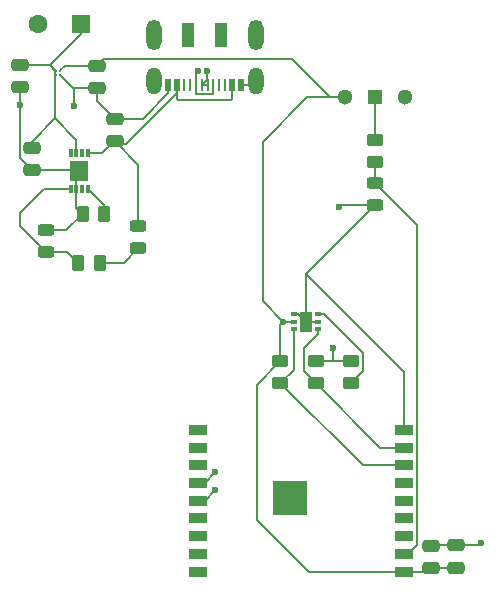
<source format=gbr>
%TF.GenerationSoftware,KiCad,Pcbnew,8.0.6*%
%TF.CreationDate,2024-10-24T11:44:03+02:00*%
%TF.ProjectId,IoT_Kicad_MP,496f545f-4b69-4636-9164-5f4d502e6b69,rev?*%
%TF.SameCoordinates,Original*%
%TF.FileFunction,Copper,L1,Top*%
%TF.FilePolarity,Positive*%
%FSLAX46Y46*%
G04 Gerber Fmt 4.6, Leading zero omitted, Abs format (unit mm)*
G04 Created by KiCad (PCBNEW 8.0.6) date 2024-10-24 11:44:03*
%MOMM*%
%LPD*%
G01*
G04 APERTURE LIST*
G04 Aperture macros list*
%AMRoundRect*
0 Rectangle with rounded corners*
0 $1 Rounding radius*
0 $2 $3 $4 $5 $6 $7 $8 $9 X,Y pos of 4 corners*
0 Add a 4 corners polygon primitive as box body*
4,1,4,$2,$3,$4,$5,$6,$7,$8,$9,$2,$3,0*
0 Add four circle primitives for the rounded corners*
1,1,$1+$1,$2,$3*
1,1,$1+$1,$4,$5*
1,1,$1+$1,$6,$7*
1,1,$1+$1,$8,$9*
0 Add four rect primitives between the rounded corners*
20,1,$1+$1,$2,$3,$4,$5,0*
20,1,$1+$1,$4,$5,$6,$7,0*
20,1,$1+$1,$6,$7,$8,$9,0*
20,1,$1+$1,$8,$9,$2,$3,0*%
G04 Aperture macros list end*
%TA.AperFunction,ComponentPad*%
%ADD10R,1.300000X1.300000*%
%TD*%
%TA.AperFunction,ComponentPad*%
%ADD11C,1.300000*%
%TD*%
%TA.AperFunction,SMDPad,CuDef*%
%ADD12R,0.300000X0.800000*%
%TD*%
%TA.AperFunction,SMDPad,CuDef*%
%ADD13R,1.550000X1.750000*%
%TD*%
%TA.AperFunction,SMDPad,CuDef*%
%ADD14R,0.600000X0.350000*%
%TD*%
%TA.AperFunction,SMDPad,CuDef*%
%ADD15R,1.100000X1.700000*%
%TD*%
%TA.AperFunction,SMDPad,CuDef*%
%ADD16R,0.165000X0.165000*%
%TD*%
%TA.AperFunction,SMDPad,CuDef*%
%ADD17RoundRect,0.250000X-0.450000X0.262500X-0.450000X-0.262500X0.450000X-0.262500X0.450000X0.262500X0*%
%TD*%
%TA.AperFunction,SMDPad,CuDef*%
%ADD18R,1.000000X2.000000*%
%TD*%
%TA.AperFunction,SMDPad,CuDef*%
%ADD19R,0.520000X1.000000*%
%TD*%
%TA.AperFunction,SMDPad,CuDef*%
%ADD20R,0.270000X1.000000*%
%TD*%
%TA.AperFunction,ComponentPad*%
%ADD21O,1.300000X2.300000*%
%TD*%
%TA.AperFunction,ComponentPad*%
%ADD22O,1.300000X2.600000*%
%TD*%
%TA.AperFunction,SMDPad,CuDef*%
%ADD23R,1.500000X0.900000*%
%TD*%
%TA.AperFunction,HeatsinkPad*%
%ADD24C,0.600000*%
%TD*%
%TA.AperFunction,SMDPad,CuDef*%
%ADD25R,2.900000X2.900000*%
%TD*%
%TA.AperFunction,SMDPad,CuDef*%
%ADD26RoundRect,0.250000X0.262500X0.450000X-0.262500X0.450000X-0.262500X-0.450000X0.262500X-0.450000X0*%
%TD*%
%TA.AperFunction,ComponentPad*%
%ADD27RoundRect,0.250000X0.550000X0.550000X-0.550000X0.550000X-0.550000X-0.550000X0.550000X-0.550000X0*%
%TD*%
%TA.AperFunction,ComponentPad*%
%ADD28C,1.600000*%
%TD*%
%TA.AperFunction,SMDPad,CuDef*%
%ADD29RoundRect,0.243750X-0.456250X0.243750X-0.456250X-0.243750X0.456250X-0.243750X0.456250X0.243750X0*%
%TD*%
%TA.AperFunction,SMDPad,CuDef*%
%ADD30RoundRect,0.243750X0.456250X-0.243750X0.456250X0.243750X-0.456250X0.243750X-0.456250X-0.243750X0*%
%TD*%
%TA.AperFunction,SMDPad,CuDef*%
%ADD31RoundRect,0.250000X-0.475000X0.250000X-0.475000X-0.250000X0.475000X-0.250000X0.475000X0.250000X0*%
%TD*%
%TA.AperFunction,SMDPad,CuDef*%
%ADD32RoundRect,0.250000X0.475000X-0.250000X0.475000X0.250000X-0.475000X0.250000X-0.475000X-0.250000X0*%
%TD*%
%TA.AperFunction,ViaPad*%
%ADD33C,0.600000*%
%TD*%
%TA.AperFunction,Conductor*%
%ADD34C,0.200000*%
%TD*%
G04 APERTURE END LIST*
D10*
%TO.P,S1,1,COM*%
%TO.N,Net-(S1-COM)*%
X132000000Y-58725000D03*
D11*
%TO.P,S1,2,NO*%
%TO.N,+3.3V*%
X129460000Y-58725000D03*
%TO.P,S1,3,NC*%
%TO.N,unconnected-(S1-NC-Pad3)*%
X134540000Y-58725000D03*
%TD*%
D12*
%TO.P,IC3,1,VDD_1*%
%TO.N,Net-(D1-A)*%
X107750000Y-63500000D03*
%TO.P,IC3,2,VDD_2*%
%TO.N,unconnected-(IC3-VDD_2-Pad2)*%
X107250000Y-63500000D03*
%TO.P,IC3,3,VBAT_1*%
%TO.N,+BATT*%
X106750000Y-63500000D03*
%TO.P,IC3,4,VBAT_2*%
%TO.N,unconnected-(IC3-VBAT_2-Pad4)*%
X106250000Y-63500000D03*
%TO.P,IC3,5,STAT*%
%TO.N,Net-(D3-A)*%
X106250000Y-66500000D03*
%TO.P,IC3,6,VSS*%
%TO.N,GND*%
X106750000Y-66500000D03*
%TO.P,IC3,7,NC*%
%TO.N,unconnected-(IC3-NC-Pad7)*%
X107250000Y-66500000D03*
%TO.P,IC3,8,PROG*%
%TO.N,Net-(IC3-PROG)*%
X107750000Y-66500000D03*
D13*
%TO.P,IC3,9,EP*%
%TO.N,GND*%
X107000000Y-65000000D03*
%TD*%
D14*
%TO.P,IC2,1,SCL*%
%TO.N,SCL*%
X127224000Y-78386500D03*
%TO.P,IC2,2,GND_1*%
%TO.N,GND*%
X127224000Y-77736500D03*
%TO.P,IC2,3,ALERT*%
%TO.N,Net-(IC2-ALERT)*%
X127224000Y-77086500D03*
%TO.P,IC2,4,ADD0*%
%TO.N,GND*%
X125124000Y-77086500D03*
%TO.P,IC2,5,V+*%
%TO.N,+3.3V*%
X125124000Y-77736500D03*
%TO.P,IC2,6,SDA*%
%TO.N,SDA*%
X125124000Y-78386500D03*
D15*
%TO.P,IC2,7,GND_2*%
%TO.N,GND*%
X126174000Y-77736500D03*
%TD*%
D16*
%TO.P,IC1,A1,IN*%
%TO.N,+BATT*%
X105000000Y-56500000D03*
%TO.P,IC1,A2,OUT*%
%TO.N,+3.3V*%
X105350000Y-56500000D03*
%TO.P,IC1,B1,EN*%
%TO.N,+BATT*%
X105000000Y-56850000D03*
%TO.P,IC1,B2,GND*%
%TO.N,GND*%
X105350000Y-56850000D03*
%TD*%
D17*
%TO.P,R6,1*%
%TO.N,Net-(S1-COM)*%
X132000000Y-62375000D03*
%TO.P,R6,2*%
%TO.N,Net-(D2-A)*%
X132000000Y-64200000D03*
%TD*%
D18*
%TO.P,J2,*%
%TO.N,*%
X119000000Y-53500000D03*
X116200000Y-53500000D03*
D19*
%TO.P,J2,A1,GND*%
%TO.N,GND*%
X120700000Y-57700000D03*
%TO.P,J2,A4,VBUS*%
%TO.N,Net-(D1-A)*%
X119950000Y-57700000D03*
D20*
%TO.P,J2,A5,CC1*%
%TO.N,unconnected-(J2-CC1-PadA5)*%
X119350000Y-57700000D03*
%TO.P,J2,A6,D+*%
%TO.N,USB_D+*%
X117850000Y-57700000D03*
%TO.P,J2,A7,D-*%
%TO.N,USB_D-*%
X116850000Y-57700000D03*
%TO.P,J2,A8*%
%TO.N,N/C*%
X115850000Y-57700000D03*
D19*
%TO.P,J2,A9,VBUS*%
%TO.N,Net-(D1-A)*%
X115250000Y-57700000D03*
%TO.P,J2,A12,GND*%
%TO.N,GND*%
X114500000Y-57700000D03*
%TO.P,J2,B1,GND*%
X114500000Y-57700000D03*
%TO.P,J2,B4,VBUS*%
%TO.N,Net-(D1-A)*%
X115250000Y-57700000D03*
D20*
%TO.P,J2,B5,CC2*%
%TO.N,unconnected-(J2-CC2-PadB5)*%
X116350000Y-57700000D03*
%TO.P,J2,B6,D+*%
%TO.N,USB_D+*%
X117350000Y-57700000D03*
%TO.P,J2,B7,D-*%
%TO.N,USB_D-*%
X118350000Y-57700000D03*
%TO.P,J2,B8*%
%TO.N,N/C*%
X118850000Y-57700000D03*
D19*
%TO.P,J2,B9,VBUS*%
%TO.N,Net-(D1-A)*%
X119950000Y-57700000D03*
%TO.P,J2,B12,GND*%
%TO.N,GND*%
X120700000Y-57700000D03*
D21*
%TO.P,J2,S1,SHIELD*%
X121920000Y-57325000D03*
D22*
X121920000Y-53500000D03*
D21*
X113280000Y-57325000D03*
D22*
X113280000Y-53500000D03*
%TD*%
D23*
%TO.P,U1,1,3V3*%
%TO.N,+3.3V*%
X134510000Y-98900000D03*
%TO.P,U1,2,EN*%
%TO.N,Net-(D2-A)*%
X134510000Y-97400000D03*
%TO.P,U1,3,IO4*%
%TO.N,unconnected-(U1-IO4-Pad3)*%
X134510000Y-95900000D03*
%TO.P,U1,4,IO5*%
%TO.N,unconnected-(U1-IO5-Pad4)*%
X134510000Y-94400000D03*
%TO.P,U1,5,IO6*%
%TO.N,unconnected-(U1-IO6-Pad5)*%
X134510000Y-92900000D03*
%TO.P,U1,6,IO7*%
%TO.N,unconnected-(U1-IO7-Pad6)*%
X134510000Y-91400000D03*
%TO.P,U1,7,IO8*%
%TO.N,SDA*%
X134510000Y-89900000D03*
%TO.P,U1,8,IO9*%
%TO.N,SCL*%
X134510000Y-88400000D03*
%TO.P,U1,9,GND*%
%TO.N,GND*%
X134510000Y-86900000D03*
%TO.P,U1,10,IO10*%
%TO.N,unconnected-(U1-IO10-Pad10)*%
X117010000Y-86900000D03*
%TO.P,U1,11,IO20/RXD*%
%TO.N,unconnected-(U1-IO20{slash}RXD-Pad11)*%
X117010000Y-88400000D03*
%TO.P,U1,12,IO21/TXD*%
%TO.N,unconnected-(U1-IO21{slash}TXD-Pad12)*%
X117010000Y-89900000D03*
%TO.P,U1,13,IO18*%
%TO.N,USB_D-*%
X117010000Y-91400000D03*
%TO.P,U1,14,IO19*%
%TO.N,USB_D+*%
X117010000Y-92900000D03*
%TO.P,U1,15,IO3*%
%TO.N,unconnected-(U1-IO3-Pad15)*%
X117010000Y-94400000D03*
%TO.P,U1,16,IO2*%
%TO.N,unconnected-(U1-IO2-Pad16)*%
X117010000Y-95900000D03*
%TO.P,U1,17,IO1*%
%TO.N,unconnected-(U1-IO1-Pad17)*%
X117010000Y-97400000D03*
%TO.P,U1,18,IO0*%
%TO.N,unconnected-(U1-IO0-Pad18)*%
X117010000Y-98900000D03*
D24*
%TO.P,U1,19,GND*%
%TO.N,GND*%
X125900000Y-93250000D03*
X125900000Y-92150000D03*
X125350000Y-93800000D03*
X125350000Y-92700000D03*
X125350000Y-91600000D03*
X124800000Y-93250000D03*
D25*
X124800000Y-92700000D03*
D24*
X124800000Y-92150000D03*
X124250000Y-93800000D03*
X124250000Y-92700000D03*
X124250000Y-91600000D03*
X123700000Y-93250000D03*
X123700000Y-92150000D03*
%TD*%
D17*
%TO.P,R5,1*%
%TO.N,+3.3V*%
X130000000Y-81087500D03*
%TO.P,R5,2*%
%TO.N,Net-(IC2-ALERT)*%
X130000000Y-82912500D03*
%TD*%
D26*
%TO.P,R4,1*%
%TO.N,Net-(D1-K)*%
X108700000Y-72800000D03*
%TO.P,R4,2*%
%TO.N,Net-(D3-A)*%
X106875000Y-72800000D03*
%TD*%
D17*
%TO.P,R3,1*%
%TO.N,+3.3V*%
X124000000Y-81087500D03*
%TO.P,R3,2*%
%TO.N,SDA*%
X124000000Y-82912500D03*
%TD*%
%TO.P,R2,1*%
%TO.N,+3.3V*%
X127000000Y-81087500D03*
%TO.P,R2,2*%
%TO.N,SCL*%
X127000000Y-82912500D03*
%TD*%
D26*
%TO.P,R1,1*%
%TO.N,Net-(IC3-PROG)*%
X109100000Y-68600000D03*
%TO.P,R1,2*%
%TO.N,GND*%
X107275000Y-68600000D03*
%TD*%
D27*
%TO.P,J1,1,Pin_1*%
%TO.N,+BATT*%
X107100000Y-52500000D03*
D28*
%TO.P,J1,2,Pin_2*%
%TO.N,GND*%
X103500000Y-52500000D03*
%TD*%
D29*
%TO.P,D3,1,K*%
%TO.N,GND*%
X104200000Y-70000000D03*
%TO.P,D3,2,A*%
%TO.N,Net-(D3-A)*%
X104200000Y-71875000D03*
%TD*%
D30*
%TO.P,D2,2,A*%
%TO.N,Net-(D2-A)*%
X132000000Y-65962500D03*
%TO.P,D2,1,K*%
%TO.N,GND*%
X132000000Y-67837500D03*
%TD*%
%TO.P,D1,1,K*%
%TO.N,Net-(D1-K)*%
X112000000Y-71537500D03*
%TO.P,D1,2,A*%
%TO.N,Net-(D1-A)*%
X112000000Y-69662500D03*
%TD*%
D31*
%TO.P,C6,1*%
%TO.N,+BATT*%
X103000000Y-63000000D03*
%TO.P,C6,2*%
%TO.N,GND*%
X103000000Y-64900000D03*
%TD*%
D32*
%TO.P,C5,1*%
%TO.N,Net-(D1-A)*%
X110000000Y-62450000D03*
%TO.P,C5,2*%
%TO.N,GND*%
X110000000Y-60550000D03*
%TD*%
%TO.P,C4,1*%
%TO.N,+3.3V*%
X138865421Y-98585333D03*
%TO.P,C4,2*%
%TO.N,GND*%
X138865421Y-96685333D03*
%TD*%
%TO.P,C3,1*%
%TO.N,+3.3V*%
X136800000Y-98600000D03*
%TO.P,C3,2*%
%TO.N,GND*%
X136800000Y-96700000D03*
%TD*%
D31*
%TO.P,C2,1*%
%TO.N,+3.3V*%
X108500000Y-56050000D03*
%TO.P,C2,2*%
%TO.N,GND*%
X108500000Y-57950000D03*
%TD*%
%TO.P,C1,1*%
%TO.N,+BATT*%
X102000000Y-56000000D03*
%TO.P,C1,2*%
%TO.N,GND*%
X102000000Y-57900000D03*
%TD*%
D33*
%TO.N,USB_D+*%
X118500000Y-92000000D03*
X117800003Y-56500000D03*
%TO.N,USB_D-*%
X118500000Y-90500000D03*
X117000000Y-56500000D03*
%TO.N,GND*%
X141000000Y-96500000D03*
X129000000Y-68000000D03*
%TO.N,+3.3V*%
X124236500Y-77736500D03*
X128500000Y-80000000D03*
%TO.N,GND*%
X106500000Y-59500000D03*
X102000000Y-59400000D03*
%TD*%
D34*
%TO.N,+BATT*%
X104967500Y-60532500D02*
X104967500Y-56467500D01*
X104967500Y-56467500D02*
X104483750Y-55983750D01*
X107100000Y-53367500D02*
X104483750Y-55983750D01*
X104483750Y-55983750D02*
X104467500Y-56000000D01*
%TO.N,Net-(D1-A)*%
X115250000Y-58900000D02*
X115250000Y-58400000D01*
%TO.N,USB_D-*%
X118285000Y-58500000D02*
X118350000Y-58435000D01*
X118350000Y-58435000D02*
X118350000Y-57700000D01*
X116915000Y-58500000D02*
X118285000Y-58500000D01*
X116850000Y-58435000D02*
X116915000Y-58500000D01*
X116850000Y-57700000D02*
X116850000Y-58435000D01*
%TO.N,USB_D+*%
X117600000Y-92900000D02*
X117010000Y-92900000D01*
X118500000Y-92000000D02*
X117600000Y-92900000D01*
X117800003Y-57249997D02*
X117800003Y-56500000D01*
X117350000Y-57700000D02*
X117800003Y-57249997D01*
%TO.N,USB_D-*%
X117600000Y-91400000D02*
X117010000Y-91400000D01*
X118500000Y-90500000D02*
X117600000Y-91400000D01*
X116850000Y-56650000D02*
X117000000Y-56500000D01*
X116850000Y-57700000D02*
X116850000Y-56650000D01*
%TO.N,GND*%
X121545000Y-57700000D02*
X121920000Y-57325000D01*
X120700000Y-57700000D02*
X121545000Y-57700000D01*
%TO.N,USB_D+*%
X117350000Y-57700000D02*
X117850000Y-57700000D01*
%TO.N,GND*%
X140814667Y-96685333D02*
X141000000Y-96500000D01*
X138865421Y-96685333D02*
X140814667Y-96685333D01*
X129162500Y-67837500D02*
X129000000Y-68000000D01*
X132000000Y-67837500D02*
X129162500Y-67837500D01*
%TO.N,+3.3V*%
X122000000Y-83087500D02*
X124000000Y-81087500D01*
X122000000Y-94500000D02*
X122000000Y-83087500D01*
X126400000Y-98900000D02*
X122000000Y-94500000D01*
X134510000Y-98900000D02*
X126400000Y-98900000D01*
%TO.N,GND*%
X134510000Y-86900000D02*
X134510000Y-81999500D01*
X134510000Y-81999500D02*
X126174000Y-73663500D01*
%TO.N,Net-(D2-A)*%
X134810000Y-97400000D02*
X134510000Y-97400000D01*
X135560000Y-96650000D02*
X134810000Y-97400000D01*
X135560000Y-69522500D02*
X135560000Y-96650000D01*
X132000000Y-65962500D02*
X135560000Y-69522500D01*
%TO.N,GND*%
X126174000Y-73663500D02*
X132000000Y-67837500D01*
X126174000Y-77736500D02*
X126174000Y-73663500D01*
X136814667Y-96685333D02*
X136800000Y-96700000D01*
X138865421Y-96685333D02*
X136814667Y-96685333D01*
%TO.N,+3.3V*%
X138850754Y-98600000D02*
X138865421Y-98585333D01*
X136800000Y-98600000D02*
X138850754Y-98600000D01*
X136500000Y-98900000D02*
X136800000Y-98600000D01*
X134510000Y-98900000D02*
X136500000Y-98900000D01*
X128500000Y-81087500D02*
X128500000Y-80000000D01*
X128500000Y-81087500D02*
X127000000Y-81087500D01*
X130000000Y-81087500D02*
X128500000Y-81087500D01*
X124000000Y-77973000D02*
X124236500Y-77736500D01*
X124000000Y-81087500D02*
X124000000Y-77973000D01*
%TO.N,SCL*%
X132487500Y-88400000D02*
X134510000Y-88400000D01*
X127000000Y-82912500D02*
X132487500Y-88400000D01*
%TO.N,SDA*%
X130987500Y-89900000D02*
X134510000Y-89900000D01*
X124000000Y-82912500D02*
X130987500Y-89900000D01*
%TO.N,SCL*%
X126000000Y-80000000D02*
X126000000Y-81912500D01*
X126000000Y-81912500D02*
X127000000Y-82912500D01*
X127224000Y-78776000D02*
X126000000Y-80000000D01*
X127224000Y-78386500D02*
X127224000Y-78776000D01*
%TO.N,Net-(IC2-ALERT)*%
X131000000Y-80362500D02*
X131000000Y-81912500D01*
X127724000Y-77086500D02*
X131000000Y-80362500D01*
X131000000Y-81912500D02*
X130000000Y-82912500D01*
X127224000Y-77086500D02*
X127724000Y-77086500D01*
%TO.N,SDA*%
X125124000Y-81788500D02*
X124000000Y-82912500D01*
X125124000Y-78386500D02*
X125124000Y-81788500D01*
%TO.N,+3.3V*%
X124236500Y-77736500D02*
X125124000Y-77736500D01*
X122500000Y-62500000D02*
X122500000Y-76000000D01*
X126275000Y-58725000D02*
X122500000Y-62500000D01*
X122500000Y-76000000D02*
X124236500Y-77736500D01*
X128225000Y-58725000D02*
X126275000Y-58725000D01*
X129460000Y-58725000D02*
X128225000Y-58725000D01*
%TO.N,GND*%
X126174000Y-77736500D02*
X127224000Y-77736500D01*
X125124000Y-77086500D02*
X125524000Y-77086500D01*
X125524000Y-77086500D02*
X126174000Y-77736500D01*
%TO.N,+3.3V*%
X125000000Y-55500000D02*
X128225000Y-58725000D01*
X109000000Y-55500000D02*
X125000000Y-55500000D01*
X108500000Y-56000000D02*
X109000000Y-55500000D01*
X108500000Y-56050000D02*
X108500000Y-56000000D01*
%TO.N,GND*%
X101975000Y-59425000D02*
X102000000Y-59400000D01*
X101975000Y-63875000D02*
X101975000Y-59425000D01*
X103000000Y-64900000D02*
X101975000Y-63875000D01*
%TO.N,Net-(D1-A)*%
X110275000Y-62725000D02*
X110925000Y-62725000D01*
X110925000Y-62725000D02*
X115250000Y-58400000D01*
X115250000Y-58400000D02*
X115250000Y-57700000D01*
X110000000Y-62450000D02*
X110275000Y-62725000D01*
%TO.N,Net-(D2-A)*%
X132000000Y-64200000D02*
X132000000Y-65962500D01*
%TO.N,Net-(S1-COM)*%
X132000000Y-58725000D02*
X132000000Y-62375000D01*
%TO.N,Net-(D1-K)*%
X110737500Y-72800000D02*
X112000000Y-71537500D01*
X108700000Y-72800000D02*
X110737500Y-72800000D01*
%TO.N,Net-(D3-A)*%
X105950000Y-71875000D02*
X106875000Y-72800000D01*
X104200000Y-71875000D02*
X105950000Y-71875000D01*
%TO.N,Net-(D1-A)*%
X112000000Y-64450000D02*
X112000000Y-69662500D01*
X110000000Y-62450000D02*
X112000000Y-64450000D01*
%TO.N,GND*%
X106750000Y-65250000D02*
X107000000Y-65000000D01*
X106750000Y-66500000D02*
X106750000Y-65250000D01*
X106750000Y-68075000D02*
X106750000Y-66500000D01*
X107275000Y-68600000D02*
X106750000Y-68075000D01*
%TO.N,Net-(IC3-PROG)*%
X109100000Y-68600000D02*
X109100000Y-67850000D01*
X109100000Y-67850000D02*
X107750000Y-66500000D01*
%TO.N,GND*%
X104200000Y-70000000D02*
X105875000Y-70000000D01*
X105875000Y-70000000D02*
X107275000Y-68600000D01*
%TO.N,Net-(D3-A)*%
X102000000Y-69675000D02*
X104200000Y-71875000D01*
X102000000Y-68500000D02*
X102000000Y-69675000D01*
X104000000Y-66500000D02*
X102000000Y-68500000D01*
X106250000Y-66500000D02*
X104000000Y-66500000D01*
%TO.N,+BATT*%
X106750000Y-62315000D02*
X104967500Y-60532500D01*
X106750000Y-63500000D02*
X106750000Y-62315000D01*
%TO.N,Net-(D1-A)*%
X108950000Y-63500000D02*
X110000000Y-62450000D01*
X107750000Y-63500000D02*
X108950000Y-63500000D01*
%TO.N,GND*%
X106900000Y-64900000D02*
X107000000Y-65000000D01*
X103000000Y-64900000D02*
X106900000Y-64900000D01*
X114500000Y-58400000D02*
X114500000Y-57700000D01*
X112350000Y-60550000D02*
X114500000Y-58400000D01*
X110000000Y-60550000D02*
X112350000Y-60550000D01*
X108500000Y-59050000D02*
X110000000Y-60550000D01*
X108500000Y-57950000D02*
X108500000Y-59050000D01*
X106500000Y-58000000D02*
X106500000Y-59500000D01*
X106450000Y-57950000D02*
X106500000Y-58000000D01*
X106450000Y-57950000D02*
X105382500Y-56882500D01*
X108500000Y-57950000D02*
X106450000Y-57950000D01*
%TO.N,+BATT*%
X107100000Y-52500000D02*
X107100000Y-53367500D01*
X103000000Y-62500000D02*
X104967500Y-60532500D01*
X103000000Y-63000000D02*
X103000000Y-62500000D01*
%TO.N,+3.3V*%
X105800000Y-56050000D02*
X105382500Y-56467500D01*
X108500000Y-56050000D02*
X105800000Y-56050000D01*
%TO.N,+BATT*%
X104467500Y-56000000D02*
X104967500Y-56500000D01*
X102000000Y-56000000D02*
X104467500Y-56000000D01*
%TO.N,GND*%
X102000000Y-57900000D02*
X102000000Y-59400000D01*
%TO.N,Net-(D1-A)*%
X119950000Y-58900000D02*
X119950000Y-58200000D01*
X119850000Y-59000000D02*
X119950000Y-58900000D01*
X115350000Y-59000000D02*
X119850000Y-59000000D01*
X115250000Y-58900000D02*
X115350000Y-59000000D01*
%TD*%
M02*

</source>
